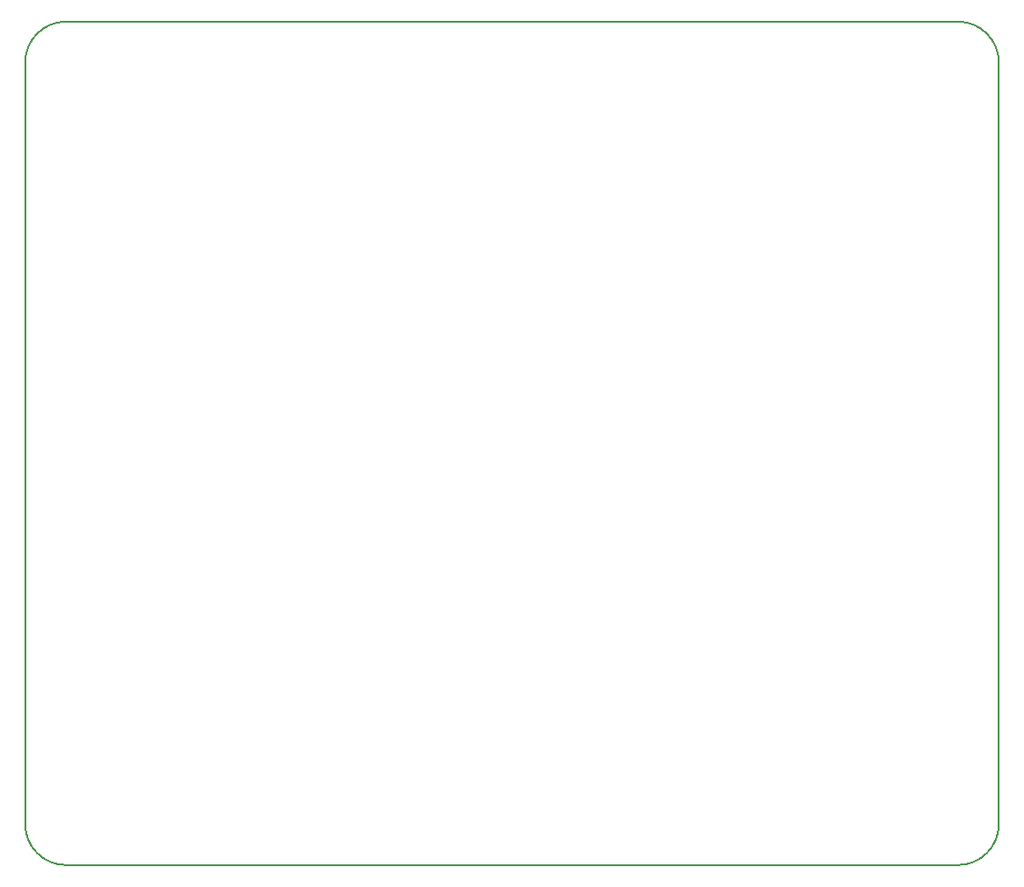
<source format=gbr>
G04 #@! TF.FileFunction,Profile,NP*
%FSLAX46Y46*%
G04 Gerber Fmt 4.6, Leading zero omitted, Abs format (unit mm)*
G04 Created by KiCad (PCBNEW 4.0.4-stable) date 07/19/17 16:13:46*
%MOMM*%
%LPD*%
G01*
G04 APERTURE LIST*
%ADD10C,0.100000*%
%ADD11C,0.150000*%
G04 APERTURE END LIST*
D10*
D11*
X3810000Y0D02*
X86995000Y0D01*
X90805000Y3810000D02*
X90805000Y74930000D01*
X3810000Y78740000D02*
X86995000Y78740000D01*
X0Y3810000D02*
X0Y74930000D01*
X0Y3810000D02*
G75*
G03X3810000Y0I3810000J0D01*
G01*
X3810000Y78740000D02*
G75*
G03X0Y74930000I0J-3810000D01*
G01*
X86995000Y0D02*
G75*
G03X90805000Y3810000I0J3810000D01*
G01*
X90805000Y74930000D02*
G75*
G03X86995000Y78740000I-3810000J0D01*
G01*
M02*

</source>
